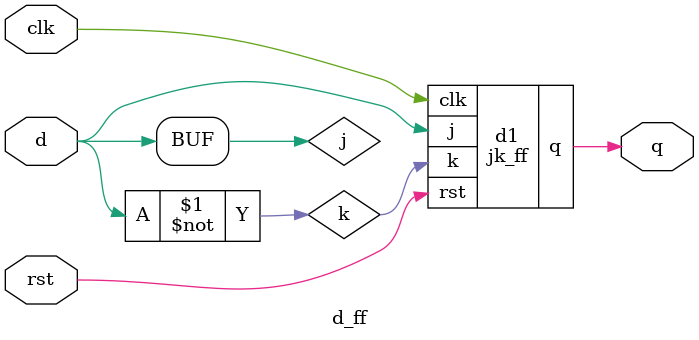
<source format=v>
module jk_ff (
    input j, k, clk, rst,
    output reg q
);

always @(posedge clk or posedge rst) begin
    if (rst)
        q <= 1'b0;
    else begin
        case ({j, k})
            2'b00: q <= q;
            2'b01: q <= 1'b0;
            2'b10: q <= 1'b1;
            2'b11: q <= ~q;
        endcase
    end
end

endmodule

module d_ff(
input d,clk,rst,
output q);
assign j=d;
assign k=~d;
jk_ff d1(
.j(j),
.k(k),
.clk(clk),
.rst(rst),
.q(q));
endmodule


</source>
